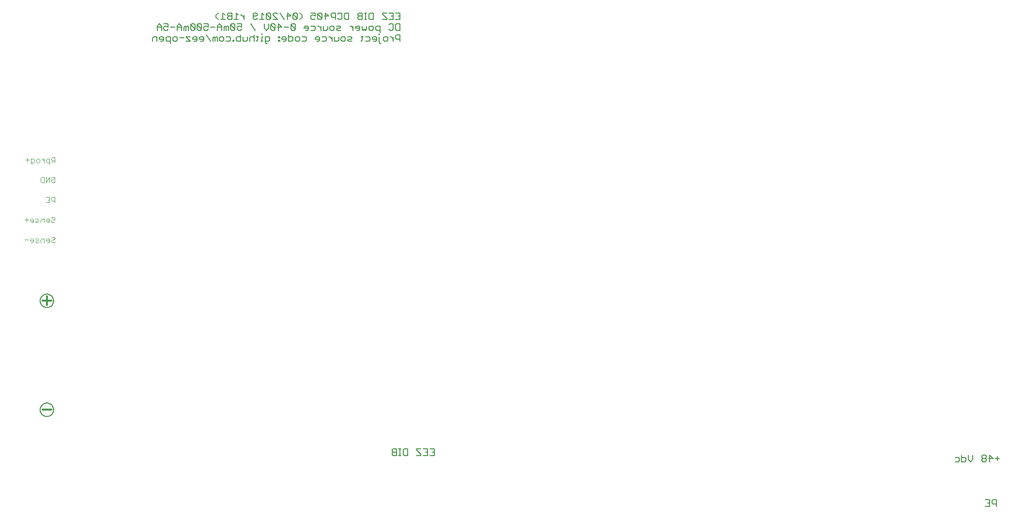
<source format=gbo>
G75*
%MOIN*%
%OFA0B0*%
%FSLAX25Y25*%
%IPPOS*%
%LPD*%
%AMOC8*
5,1,8,0,0,1.08239X$1,22.5*
%
%ADD10C,0.00500*%
%ADD11C,0.00400*%
%ADD12C,0.00800*%
%ADD13C,0.01200*%
D10*
X0346722Y0130863D02*
X0347473Y0130112D01*
X0349725Y0130112D01*
X0349725Y0134616D01*
X0347473Y0134616D01*
X0346722Y0133865D01*
X0346722Y0133115D01*
X0347473Y0132364D01*
X0349725Y0132364D01*
X0347473Y0132364D02*
X0346722Y0131613D01*
X0346722Y0130863D01*
X0351293Y0130112D02*
X0352794Y0130112D01*
X0352043Y0130112D02*
X0352043Y0134616D01*
X0351293Y0134616D02*
X0352794Y0134616D01*
X0354395Y0133865D02*
X0354395Y0130863D01*
X0355146Y0130112D01*
X0357398Y0130112D01*
X0357398Y0134616D01*
X0355146Y0134616D01*
X0354395Y0133865D01*
X0363603Y0133865D02*
X0366606Y0130863D01*
X0366606Y0130112D01*
X0363603Y0130112D01*
X0363603Y0133865D02*
X0363603Y0134616D01*
X0366606Y0134616D01*
X0368207Y0134616D02*
X0371210Y0134616D01*
X0371210Y0130112D01*
X0368207Y0130112D01*
X0369708Y0132364D02*
X0371210Y0132364D01*
X0372811Y0130112D02*
X0375814Y0130112D01*
X0375814Y0134616D01*
X0372811Y0134616D01*
X0374312Y0132364D02*
X0375814Y0132364D01*
X0734321Y0128849D02*
X0736573Y0128849D01*
X0737324Y0128098D01*
X0737324Y0126597D01*
X0736573Y0125846D01*
X0734321Y0125846D01*
X0738925Y0125846D02*
X0741177Y0125846D01*
X0741928Y0126597D01*
X0741928Y0128098D01*
X0741177Y0128849D01*
X0738925Y0128849D01*
X0738925Y0130350D02*
X0738925Y0125846D01*
X0743529Y0127348D02*
X0743529Y0130350D01*
X0743529Y0127348D02*
X0745031Y0125846D01*
X0746532Y0127348D01*
X0746532Y0130350D01*
X0752737Y0129600D02*
X0752737Y0128849D01*
X0753488Y0128098D01*
X0754989Y0128098D01*
X0755740Y0128849D01*
X0755740Y0129600D01*
X0754989Y0130350D01*
X0753488Y0130350D01*
X0752737Y0129600D01*
X0753488Y0128098D02*
X0752737Y0127348D01*
X0752737Y0126597D01*
X0753488Y0125846D01*
X0754989Y0125846D01*
X0755740Y0126597D01*
X0755740Y0127348D01*
X0754989Y0128098D01*
X0757341Y0128098D02*
X0760344Y0128098D01*
X0758092Y0130350D01*
X0758092Y0125846D01*
X0761945Y0128098D02*
X0764948Y0128098D01*
X0763446Y0126597D02*
X0763446Y0129600D01*
X0762814Y0099616D02*
X0760562Y0099616D01*
X0759811Y0098865D01*
X0759811Y0097364D01*
X0760562Y0096613D01*
X0762814Y0096613D01*
X0762814Y0095112D02*
X0762814Y0099616D01*
X0758210Y0099616D02*
X0758210Y0095112D01*
X0755207Y0095112D01*
X0756708Y0097364D02*
X0758210Y0097364D01*
X0758210Y0099616D02*
X0755207Y0099616D01*
X0339153Y0413845D02*
X0338402Y0413845D01*
X0337652Y0414596D01*
X0337652Y0418349D01*
X0337652Y0419850D02*
X0337652Y0420601D01*
X0338386Y0421345D02*
X0338386Y0425849D01*
X0336134Y0425849D01*
X0335383Y0425098D01*
X0335383Y0423597D01*
X0336134Y0422846D01*
X0338386Y0422846D01*
X0333782Y0423597D02*
X0333782Y0425098D01*
X0333031Y0425849D01*
X0331530Y0425849D01*
X0330779Y0425098D01*
X0330779Y0423597D01*
X0331530Y0422846D01*
X0333031Y0422846D01*
X0333782Y0423597D01*
X0329178Y0423597D02*
X0328427Y0422846D01*
X0327677Y0423597D01*
X0326926Y0422846D01*
X0326175Y0423597D01*
X0326175Y0425849D01*
X0324574Y0425098D02*
X0323823Y0425849D01*
X0322322Y0425849D01*
X0321571Y0425098D01*
X0321571Y0424348D01*
X0324574Y0424348D01*
X0324574Y0425098D02*
X0324574Y0423597D01*
X0323823Y0422846D01*
X0322322Y0422846D01*
X0319970Y0422846D02*
X0319970Y0425849D01*
X0318469Y0425849D02*
X0317718Y0425849D01*
X0318469Y0425849D02*
X0319970Y0424348D01*
X0318452Y0418349D02*
X0316200Y0418349D01*
X0316951Y0416848D02*
X0318452Y0416848D01*
X0319203Y0417598D01*
X0318452Y0418349D01*
X0316951Y0416848D02*
X0316200Y0416097D01*
X0316951Y0415346D01*
X0319203Y0415346D01*
X0314599Y0416097D02*
X0313848Y0415346D01*
X0312347Y0415346D01*
X0311596Y0416097D01*
X0311596Y0417598D01*
X0312347Y0418349D01*
X0313848Y0418349D01*
X0314599Y0417598D01*
X0314599Y0416097D01*
X0309995Y0416097D02*
X0309244Y0415346D01*
X0306992Y0415346D01*
X0306992Y0418349D01*
X0305391Y0418349D02*
X0305391Y0415346D01*
X0305391Y0416848D02*
X0303890Y0418349D01*
X0303139Y0418349D01*
X0301554Y0417598D02*
X0301554Y0416097D01*
X0300804Y0415346D01*
X0298552Y0415346D01*
X0296950Y0416097D02*
X0296950Y0417598D01*
X0296200Y0418349D01*
X0294698Y0418349D01*
X0293948Y0417598D01*
X0293948Y0416848D01*
X0296950Y0416848D01*
X0296950Y0416097D02*
X0296200Y0415346D01*
X0294698Y0415346D01*
X0298552Y0418349D02*
X0300804Y0418349D01*
X0301554Y0417598D01*
X0301571Y0422846D02*
X0299319Y0422846D01*
X0299319Y0425849D01*
X0297718Y0425849D02*
X0297718Y0422846D01*
X0297718Y0424348D02*
X0296216Y0425849D01*
X0295466Y0425849D01*
X0293881Y0425098D02*
X0293881Y0423597D01*
X0293130Y0422846D01*
X0290879Y0422846D01*
X0289277Y0423597D02*
X0289277Y0425098D01*
X0288527Y0425849D01*
X0287025Y0425849D01*
X0286275Y0425098D01*
X0286275Y0424348D01*
X0289277Y0424348D01*
X0289277Y0423597D02*
X0288527Y0422846D01*
X0287025Y0422846D01*
X0286992Y0418349D02*
X0284740Y0418349D01*
X0283139Y0417598D02*
X0283139Y0416097D01*
X0282388Y0415346D01*
X0280887Y0415346D01*
X0280136Y0416097D01*
X0280136Y0417598D01*
X0280887Y0418349D01*
X0282388Y0418349D01*
X0283139Y0417598D01*
X0284740Y0415346D02*
X0286992Y0415346D01*
X0287743Y0416097D01*
X0287743Y0417598D01*
X0286992Y0418349D01*
X0278535Y0417598D02*
X0277784Y0418349D01*
X0275532Y0418349D01*
X0275532Y0419850D02*
X0275532Y0415346D01*
X0277784Y0415346D01*
X0278535Y0416097D01*
X0278535Y0417598D01*
X0273931Y0417598D02*
X0273180Y0418349D01*
X0271679Y0418349D01*
X0270928Y0417598D01*
X0270928Y0416848D01*
X0273931Y0416848D01*
X0273931Y0417598D02*
X0273931Y0416097D01*
X0273180Y0415346D01*
X0271679Y0415346D01*
X0269327Y0415346D02*
X0269327Y0416097D01*
X0268576Y0416097D01*
X0268576Y0415346D01*
X0269327Y0415346D01*
X0269327Y0417598D02*
X0269327Y0418349D01*
X0268576Y0418349D01*
X0268576Y0417598D01*
X0269327Y0417598D01*
X0268610Y0422846D02*
X0268610Y0427350D01*
X0270862Y0425098D01*
X0267859Y0425098D01*
X0266258Y0423597D02*
X0263255Y0426600D01*
X0263255Y0423597D01*
X0264006Y0422846D01*
X0265507Y0422846D01*
X0266258Y0423597D01*
X0266258Y0426600D01*
X0265507Y0427350D01*
X0264006Y0427350D01*
X0263255Y0426600D01*
X0261654Y0427350D02*
X0261654Y0424348D01*
X0260152Y0422846D01*
X0258651Y0424348D01*
X0258651Y0427350D01*
X0258584Y0430346D02*
X0255582Y0430346D01*
X0257083Y0430346D02*
X0257083Y0434850D01*
X0258584Y0433349D01*
X0260186Y0434100D02*
X0263188Y0431097D01*
X0262438Y0430346D01*
X0260936Y0430346D01*
X0260186Y0431097D01*
X0260186Y0434100D01*
X0260936Y0434850D01*
X0262438Y0434850D01*
X0263188Y0434100D01*
X0263188Y0431097D01*
X0264790Y0430346D02*
X0267792Y0430346D01*
X0264790Y0433349D01*
X0264790Y0434100D01*
X0265540Y0434850D01*
X0267042Y0434850D01*
X0267792Y0434100D01*
X0269394Y0434850D02*
X0272396Y0430346D01*
X0274748Y0430346D02*
X0274748Y0434850D01*
X0277000Y0432598D01*
X0273998Y0432598D01*
X0278601Y0431097D02*
X0279352Y0430346D01*
X0280853Y0430346D01*
X0281604Y0431097D01*
X0278601Y0434100D01*
X0278601Y0431097D01*
X0278601Y0434100D02*
X0279352Y0434850D01*
X0280853Y0434850D01*
X0281604Y0434100D01*
X0281604Y0431097D01*
X0283172Y0430346D02*
X0284673Y0431848D01*
X0284673Y0433349D01*
X0283172Y0434850D01*
X0290879Y0434850D02*
X0293881Y0434850D01*
X0293881Y0432598D01*
X0292380Y0433349D01*
X0291629Y0433349D01*
X0290879Y0432598D01*
X0290879Y0431097D01*
X0291629Y0430346D01*
X0293130Y0430346D01*
X0293881Y0431097D01*
X0295482Y0431097D02*
X0296233Y0430346D01*
X0297734Y0430346D01*
X0298485Y0431097D01*
X0295482Y0434100D01*
X0295482Y0431097D01*
X0295482Y0434100D02*
X0296233Y0434850D01*
X0297734Y0434850D01*
X0298485Y0434100D01*
X0298485Y0431097D01*
X0300086Y0432598D02*
X0303089Y0432598D01*
X0300837Y0434850D01*
X0300837Y0430346D01*
X0304690Y0432598D02*
X0305441Y0431848D01*
X0307693Y0431848D01*
X0307693Y0430346D02*
X0307693Y0434850D01*
X0305441Y0434850D01*
X0304690Y0434100D01*
X0304690Y0432598D01*
X0309294Y0431097D02*
X0310045Y0430346D01*
X0311546Y0430346D01*
X0312297Y0431097D01*
X0312297Y0434100D01*
X0311546Y0434850D01*
X0310045Y0434850D01*
X0309294Y0434100D01*
X0313898Y0434100D02*
X0314649Y0434850D01*
X0316901Y0434850D01*
X0316901Y0430346D01*
X0314649Y0430346D01*
X0313898Y0431097D01*
X0313898Y0434100D01*
X0310779Y0425849D02*
X0308527Y0425849D01*
X0309278Y0424348D02*
X0310779Y0424348D01*
X0311530Y0425098D01*
X0310779Y0425849D01*
X0309278Y0424348D02*
X0308527Y0423597D01*
X0309278Y0422846D01*
X0311530Y0422846D01*
X0306926Y0423597D02*
X0306175Y0422846D01*
X0304674Y0422846D01*
X0303923Y0423597D01*
X0303923Y0425098D01*
X0304674Y0425849D01*
X0306175Y0425849D01*
X0306926Y0425098D01*
X0306926Y0423597D01*
X0302322Y0423597D02*
X0302322Y0425849D01*
X0302322Y0423597D02*
X0301571Y0422846D01*
X0293881Y0425098D02*
X0293130Y0425849D01*
X0290879Y0425849D01*
X0280069Y0426600D02*
X0280069Y0423597D01*
X0277067Y0426600D01*
X0277067Y0423597D01*
X0277817Y0422846D01*
X0279319Y0422846D01*
X0280069Y0423597D01*
X0280069Y0426600D02*
X0279319Y0427350D01*
X0277817Y0427350D01*
X0277067Y0426600D01*
X0275465Y0425098D02*
X0272463Y0425098D01*
X0262421Y0417598D02*
X0262421Y0416097D01*
X0261670Y0415346D01*
X0259418Y0415346D01*
X0259418Y0414596D02*
X0259418Y0418349D01*
X0261670Y0418349D01*
X0262421Y0417598D01*
X0260920Y0413845D02*
X0260169Y0413845D01*
X0259418Y0414596D01*
X0257817Y0415346D02*
X0256316Y0415346D01*
X0257066Y0415346D02*
X0257066Y0418349D01*
X0257817Y0418349D01*
X0257066Y0419850D02*
X0257066Y0420601D01*
X0254748Y0418349D02*
X0253247Y0418349D01*
X0253997Y0419100D02*
X0253997Y0416097D01*
X0253247Y0415346D01*
X0251679Y0415346D02*
X0251679Y0419850D01*
X0250928Y0418349D02*
X0249427Y0418349D01*
X0248676Y0417598D01*
X0248676Y0415346D01*
X0247075Y0416097D02*
X0246324Y0415346D01*
X0244072Y0415346D01*
X0244072Y0418349D01*
X0242471Y0418349D02*
X0240219Y0418349D01*
X0239468Y0417598D01*
X0239468Y0416097D01*
X0240219Y0415346D01*
X0242471Y0415346D01*
X0242471Y0419850D01*
X0242487Y0422846D02*
X0243238Y0423597D01*
X0242487Y0422846D02*
X0240986Y0422846D01*
X0240235Y0423597D01*
X0240235Y0425098D01*
X0240986Y0425849D01*
X0241737Y0425849D01*
X0243238Y0425098D01*
X0243238Y0427350D01*
X0240235Y0427350D01*
X0238634Y0426600D02*
X0237883Y0427350D01*
X0236382Y0427350D01*
X0235631Y0426600D01*
X0238634Y0423597D01*
X0237883Y0422846D01*
X0236382Y0422846D01*
X0235631Y0423597D01*
X0235631Y0426600D01*
X0234030Y0425849D02*
X0233279Y0425849D01*
X0232529Y0425098D01*
X0231778Y0425849D01*
X0231028Y0425098D01*
X0231028Y0422846D01*
X0232529Y0422846D02*
X0232529Y0425098D01*
X0234030Y0425849D02*
X0234030Y0422846D01*
X0234814Y0418349D02*
X0235565Y0417598D01*
X0235565Y0416097D01*
X0234814Y0415346D01*
X0232562Y0415346D01*
X0230961Y0416097D02*
X0230210Y0415346D01*
X0228709Y0415346D01*
X0227958Y0416097D01*
X0227958Y0417598D01*
X0228709Y0418349D01*
X0230210Y0418349D01*
X0230961Y0417598D01*
X0230961Y0416097D01*
X0232562Y0418349D02*
X0234814Y0418349D01*
X0237116Y0416097D02*
X0237116Y0415346D01*
X0237867Y0415346D01*
X0237867Y0416097D01*
X0237116Y0416097D01*
X0238634Y0423597D02*
X0238634Y0426600D01*
X0237933Y0430346D02*
X0240936Y0430346D01*
X0239435Y0430346D02*
X0239435Y0434850D01*
X0240936Y0433349D01*
X0242521Y0433349D02*
X0243271Y0433349D01*
X0244773Y0431848D01*
X0244773Y0433349D02*
X0244773Y0430346D01*
X0249443Y0427350D02*
X0252446Y0422846D01*
X0250928Y0418349D02*
X0251679Y0417598D01*
X0247075Y0418349D02*
X0247075Y0416097D01*
X0229426Y0422846D02*
X0229426Y0425849D01*
X0227925Y0427350D01*
X0226424Y0425849D01*
X0226424Y0422846D01*
X0226424Y0425098D02*
X0229426Y0425098D01*
X0224822Y0425098D02*
X0221820Y0425098D01*
X0220218Y0425098D02*
X0218717Y0425849D01*
X0217966Y0425849D01*
X0217216Y0425098D01*
X0217216Y0423597D01*
X0217966Y0422846D01*
X0219468Y0422846D01*
X0220218Y0423597D01*
X0220218Y0425098D02*
X0220218Y0427350D01*
X0217216Y0427350D01*
X0215614Y0426600D02*
X0214864Y0427350D01*
X0213362Y0427350D01*
X0212612Y0426600D01*
X0215614Y0423597D01*
X0214864Y0422846D01*
X0213362Y0422846D01*
X0212612Y0423597D01*
X0212612Y0426600D01*
X0211010Y0426600D02*
X0210260Y0427350D01*
X0208759Y0427350D01*
X0208008Y0426600D01*
X0211010Y0423597D01*
X0210260Y0422846D01*
X0208759Y0422846D01*
X0208008Y0423597D01*
X0208008Y0426600D01*
X0206407Y0425849D02*
X0205656Y0425849D01*
X0204905Y0425098D01*
X0204155Y0425849D01*
X0203404Y0425098D01*
X0203404Y0422846D01*
X0204905Y0422846D02*
X0204905Y0425098D01*
X0206407Y0425849D02*
X0206407Y0422846D01*
X0201803Y0422846D02*
X0201803Y0425849D01*
X0200301Y0427350D01*
X0198800Y0425849D01*
X0198800Y0422846D01*
X0198800Y0425098D02*
X0201803Y0425098D01*
X0197199Y0425098D02*
X0194196Y0425098D01*
X0192595Y0425098D02*
X0191094Y0425849D01*
X0190343Y0425849D01*
X0189592Y0425098D01*
X0189592Y0423597D01*
X0190343Y0422846D01*
X0191844Y0422846D01*
X0192595Y0423597D01*
X0192595Y0425098D02*
X0192595Y0427350D01*
X0189592Y0427350D01*
X0187991Y0425849D02*
X0186490Y0427350D01*
X0184988Y0425849D01*
X0184988Y0422846D01*
X0184988Y0425098D02*
X0187991Y0425098D01*
X0187991Y0425849D02*
X0187991Y0422846D01*
X0187274Y0418349D02*
X0186523Y0417598D01*
X0186523Y0416848D01*
X0189526Y0416848D01*
X0189526Y0417598D02*
X0188775Y0418349D01*
X0187274Y0418349D01*
X0184922Y0418349D02*
X0182670Y0418349D01*
X0181919Y0417598D01*
X0181919Y0415346D01*
X0184922Y0415346D02*
X0184922Y0418349D01*
X0187274Y0415346D02*
X0188775Y0415346D01*
X0189526Y0416097D01*
X0189526Y0417598D01*
X0191127Y0417598D02*
X0191127Y0416097D01*
X0191878Y0415346D01*
X0194129Y0415346D01*
X0194129Y0413845D02*
X0194129Y0418349D01*
X0191878Y0418349D01*
X0191127Y0417598D01*
X0195731Y0417598D02*
X0196481Y0418349D01*
X0197983Y0418349D01*
X0198733Y0417598D01*
X0198733Y0416097D01*
X0197983Y0415346D01*
X0196481Y0415346D01*
X0195731Y0416097D01*
X0195731Y0417598D01*
X0200335Y0417598D02*
X0203337Y0417598D01*
X0204939Y0418349D02*
X0207941Y0415346D01*
X0204939Y0415346D01*
X0204939Y0418349D02*
X0207941Y0418349D01*
X0209543Y0417598D02*
X0209543Y0416848D01*
X0212545Y0416848D01*
X0212545Y0417598D02*
X0211795Y0418349D01*
X0210293Y0418349D01*
X0209543Y0417598D01*
X0210293Y0415346D02*
X0211795Y0415346D01*
X0212545Y0416097D01*
X0212545Y0417598D01*
X0214147Y0417598D02*
X0214147Y0416848D01*
X0217149Y0416848D01*
X0217149Y0417598D02*
X0216398Y0418349D01*
X0214897Y0418349D01*
X0214147Y0417598D01*
X0214897Y0415346D02*
X0216398Y0415346D01*
X0217149Y0416097D01*
X0217149Y0417598D01*
X0218750Y0419850D02*
X0221753Y0415346D01*
X0223354Y0415346D02*
X0223354Y0417598D01*
X0224105Y0418349D01*
X0224856Y0417598D01*
X0224856Y0415346D01*
X0226357Y0415346D02*
X0226357Y0418349D01*
X0225606Y0418349D01*
X0224856Y0417598D01*
X0215614Y0423597D02*
X0215614Y0426600D01*
X0211010Y0426600D02*
X0211010Y0423597D01*
X0225623Y0431848D02*
X0225623Y0433349D01*
X0227124Y0434850D01*
X0230227Y0434850D02*
X0230227Y0430346D01*
X0231728Y0430346D02*
X0228726Y0430346D01*
X0227124Y0430346D02*
X0225623Y0431848D01*
X0230227Y0434850D02*
X0231728Y0433349D01*
X0233330Y0433349D02*
X0234080Y0432598D01*
X0236332Y0432598D01*
X0236332Y0430346D02*
X0234080Y0430346D01*
X0233330Y0431097D01*
X0233330Y0431848D01*
X0234080Y0432598D01*
X0233330Y0433349D02*
X0233330Y0434100D01*
X0234080Y0434850D01*
X0236332Y0434850D01*
X0236332Y0430346D01*
X0250978Y0431097D02*
X0250978Y0434100D01*
X0251729Y0434850D01*
X0253230Y0434850D01*
X0253980Y0434100D01*
X0253980Y0433349D01*
X0253230Y0432598D01*
X0250978Y0432598D01*
X0250978Y0431097D02*
X0251729Y0430346D01*
X0253230Y0430346D01*
X0253980Y0431097D01*
X0309995Y0418349D02*
X0309995Y0416097D01*
X0325375Y0415346D02*
X0326125Y0416097D01*
X0326125Y0419100D01*
X0325375Y0418349D02*
X0326876Y0418349D01*
X0328477Y0418349D02*
X0330729Y0418349D01*
X0331480Y0417598D01*
X0331480Y0416097D01*
X0330729Y0415346D01*
X0328477Y0415346D01*
X0333081Y0416848D02*
X0336084Y0416848D01*
X0336084Y0417598D02*
X0335333Y0418349D01*
X0333832Y0418349D01*
X0333081Y0417598D01*
X0333081Y0416848D01*
X0333832Y0415346D02*
X0335333Y0415346D01*
X0336084Y0416097D01*
X0336084Y0417598D01*
X0340754Y0417598D02*
X0341505Y0418349D01*
X0343006Y0418349D01*
X0343757Y0417598D01*
X0343757Y0416097D01*
X0343006Y0415346D01*
X0341505Y0415346D01*
X0340754Y0416097D01*
X0340754Y0417598D01*
X0345342Y0418349D02*
X0346092Y0418349D01*
X0347594Y0416848D01*
X0347594Y0418349D02*
X0347594Y0415346D01*
X0349195Y0417598D02*
X0349946Y0416848D01*
X0352198Y0416848D01*
X0352198Y0415346D02*
X0352198Y0419850D01*
X0349946Y0419850D01*
X0349195Y0419100D01*
X0349195Y0417598D01*
X0349946Y0422846D02*
X0349195Y0423597D01*
X0349195Y0426600D01*
X0349946Y0427350D01*
X0352198Y0427350D01*
X0352198Y0422846D01*
X0349946Y0422846D01*
X0347594Y0423597D02*
X0346843Y0422846D01*
X0345342Y0422846D01*
X0344591Y0423597D01*
X0347594Y0423597D02*
X0347594Y0426600D01*
X0346843Y0427350D01*
X0345342Y0427350D01*
X0344591Y0426600D01*
X0344591Y0430346D02*
X0347594Y0430346D01*
X0347594Y0434850D01*
X0344591Y0434850D01*
X0342990Y0434850D02*
X0339987Y0434850D01*
X0339987Y0434100D01*
X0342990Y0431097D01*
X0342990Y0430346D01*
X0339987Y0430346D01*
X0333782Y0430346D02*
X0333782Y0434850D01*
X0331530Y0434850D01*
X0330779Y0434100D01*
X0330779Y0431097D01*
X0331530Y0430346D01*
X0333782Y0430346D01*
X0329178Y0430346D02*
X0327677Y0430346D01*
X0328427Y0430346D02*
X0328427Y0434850D01*
X0327677Y0434850D02*
X0329178Y0434850D01*
X0326109Y0434850D02*
X0326109Y0430346D01*
X0323857Y0430346D01*
X0323106Y0431097D01*
X0323106Y0431848D01*
X0323857Y0432598D01*
X0326109Y0432598D01*
X0326109Y0434850D02*
X0323857Y0434850D01*
X0323106Y0434100D01*
X0323106Y0433349D01*
X0323857Y0432598D01*
X0329178Y0425849D02*
X0329178Y0423597D01*
X0346092Y0432598D02*
X0347594Y0432598D01*
X0349195Y0430346D02*
X0352198Y0430346D01*
X0352198Y0434850D01*
X0349195Y0434850D01*
X0350696Y0432598D02*
X0352198Y0432598D01*
D11*
X0114614Y0335415D02*
X0114614Y0331812D01*
X0114614Y0333013D02*
X0112812Y0333013D01*
X0112212Y0333614D01*
X0112212Y0334815D01*
X0112812Y0335415D01*
X0114614Y0335415D01*
X0113413Y0333013D02*
X0112212Y0331812D01*
X0110930Y0331812D02*
X0109129Y0331812D01*
X0108528Y0332413D01*
X0108528Y0333614D01*
X0109129Y0334214D01*
X0110930Y0334214D01*
X0110930Y0330611D01*
X0107247Y0331812D02*
X0107247Y0334214D01*
X0106046Y0334214D02*
X0105446Y0334214D01*
X0106046Y0334214D02*
X0107247Y0333013D01*
X0104178Y0332413D02*
X0103578Y0331812D01*
X0102377Y0331812D01*
X0101776Y0332413D01*
X0101776Y0333614D01*
X0102377Y0334214D01*
X0103578Y0334214D01*
X0104178Y0333614D01*
X0104178Y0332413D01*
X0100495Y0332413D02*
X0099894Y0331812D01*
X0098093Y0331812D01*
X0098093Y0331212D02*
X0098093Y0334214D01*
X0099894Y0334214D01*
X0100495Y0333614D01*
X0100495Y0332413D01*
X0099294Y0330611D02*
X0098693Y0330611D01*
X0098093Y0331212D01*
X0096812Y0333614D02*
X0094410Y0333614D01*
X0095611Y0334815D02*
X0095611Y0332413D01*
X0105446Y0321665D02*
X0107247Y0321665D01*
X0107247Y0318062D01*
X0105446Y0318062D01*
X0104845Y0318663D01*
X0104845Y0321065D01*
X0105446Y0321665D01*
X0108528Y0321665D02*
X0108528Y0318062D01*
X0110930Y0321665D01*
X0110930Y0318062D01*
X0112212Y0318663D02*
X0112212Y0319864D01*
X0113413Y0319864D01*
X0114614Y0321065D02*
X0114614Y0318663D01*
X0114013Y0318062D01*
X0112812Y0318062D01*
X0112212Y0318663D01*
X0112212Y0321065D02*
X0112812Y0321665D01*
X0114013Y0321665D01*
X0114614Y0321065D01*
X0114614Y0307915D02*
X0112812Y0307915D01*
X0112212Y0307315D01*
X0112212Y0306114D01*
X0112812Y0305513D01*
X0114614Y0305513D01*
X0114614Y0304312D02*
X0114614Y0307915D01*
X0110930Y0307915D02*
X0110930Y0304312D01*
X0108528Y0304312D01*
X0109729Y0306114D02*
X0110930Y0306114D01*
X0110930Y0307915D02*
X0108528Y0307915D01*
X0112812Y0294165D02*
X0114013Y0294165D01*
X0114614Y0293565D01*
X0114614Y0292964D01*
X0114013Y0292364D01*
X0112812Y0292364D01*
X0112212Y0291763D01*
X0112212Y0291163D01*
X0112812Y0290562D01*
X0114013Y0290562D01*
X0114614Y0291163D01*
X0112212Y0293565D02*
X0112812Y0294165D01*
X0110930Y0292364D02*
X0110330Y0292964D01*
X0109129Y0292964D01*
X0108528Y0292364D01*
X0108528Y0291763D01*
X0110930Y0291763D01*
X0110930Y0291163D02*
X0110930Y0292364D01*
X0110930Y0291163D02*
X0110330Y0290562D01*
X0109129Y0290562D01*
X0107247Y0290562D02*
X0107247Y0292964D01*
X0105446Y0292964D01*
X0104845Y0292364D01*
X0104845Y0290562D01*
X0103564Y0290562D02*
X0101763Y0290562D01*
X0101162Y0291163D01*
X0101763Y0291763D01*
X0102964Y0291763D01*
X0103564Y0292364D01*
X0102964Y0292964D01*
X0101162Y0292964D01*
X0099881Y0292364D02*
X0099281Y0292964D01*
X0098080Y0292964D01*
X0097479Y0292364D01*
X0097479Y0291763D01*
X0099881Y0291763D01*
X0099881Y0291163D02*
X0099881Y0292364D01*
X0099881Y0291163D02*
X0099281Y0290562D01*
X0098080Y0290562D01*
X0096198Y0292364D02*
X0093796Y0292364D01*
X0094997Y0293565D02*
X0094997Y0291163D01*
X0098080Y0279214D02*
X0097479Y0278614D01*
X0097479Y0278013D01*
X0099881Y0278013D01*
X0099881Y0277413D02*
X0099881Y0278614D01*
X0099281Y0279214D01*
X0098080Y0279214D01*
X0096198Y0278614D02*
X0093796Y0278614D01*
X0098080Y0276812D02*
X0099281Y0276812D01*
X0099881Y0277413D01*
X0101162Y0277413D02*
X0101763Y0278013D01*
X0102964Y0278013D01*
X0103564Y0278614D01*
X0102964Y0279214D01*
X0101162Y0279214D01*
X0101162Y0277413D02*
X0101763Y0276812D01*
X0103564Y0276812D01*
X0104845Y0276812D02*
X0104845Y0278614D01*
X0105446Y0279214D01*
X0107247Y0279214D01*
X0107247Y0276812D01*
X0108528Y0278013D02*
X0110930Y0278013D01*
X0110930Y0277413D02*
X0110930Y0278614D01*
X0110330Y0279214D01*
X0109129Y0279214D01*
X0108528Y0278614D01*
X0108528Y0278013D01*
X0109129Y0276812D02*
X0110330Y0276812D01*
X0110930Y0277413D01*
X0112212Y0277413D02*
X0112812Y0276812D01*
X0114013Y0276812D01*
X0114614Y0277413D01*
X0114013Y0278614D02*
X0112812Y0278614D01*
X0112212Y0278013D01*
X0112212Y0277413D01*
X0114013Y0278614D02*
X0114614Y0279214D01*
X0114614Y0279815D01*
X0114013Y0280415D01*
X0112812Y0280415D01*
X0112212Y0279815D01*
D12*
X0104464Y0236612D02*
X0104466Y0236747D01*
X0104472Y0236882D01*
X0104482Y0237017D01*
X0104496Y0237151D01*
X0104513Y0237285D01*
X0104535Y0237418D01*
X0104561Y0237551D01*
X0104590Y0237683D01*
X0104624Y0237813D01*
X0104661Y0237943D01*
X0104702Y0238072D01*
X0104747Y0238199D01*
X0104795Y0238325D01*
X0104847Y0238450D01*
X0104903Y0238573D01*
X0104962Y0238694D01*
X0105025Y0238814D01*
X0105092Y0238931D01*
X0105161Y0239047D01*
X0105235Y0239161D01*
X0105311Y0239272D01*
X0105391Y0239381D01*
X0105474Y0239488D01*
X0105560Y0239592D01*
X0105649Y0239693D01*
X0105740Y0239792D01*
X0105835Y0239888D01*
X0105933Y0239982D01*
X0106033Y0240072D01*
X0106136Y0240160D01*
X0106241Y0240244D01*
X0106349Y0240326D01*
X0106459Y0240404D01*
X0106572Y0240478D01*
X0106686Y0240550D01*
X0106803Y0240618D01*
X0106922Y0240683D01*
X0107042Y0240744D01*
X0107164Y0240801D01*
X0107288Y0240855D01*
X0107413Y0240906D01*
X0107540Y0240952D01*
X0107668Y0240995D01*
X0107798Y0241034D01*
X0107928Y0241069D01*
X0108059Y0241101D01*
X0108191Y0241128D01*
X0108324Y0241152D01*
X0108458Y0241172D01*
X0108592Y0241188D01*
X0108727Y0241200D01*
X0108861Y0241208D01*
X0108996Y0241212D01*
X0109132Y0241212D01*
X0109267Y0241208D01*
X0109401Y0241200D01*
X0109536Y0241188D01*
X0109670Y0241172D01*
X0109804Y0241152D01*
X0109937Y0241128D01*
X0110069Y0241101D01*
X0110200Y0241069D01*
X0110330Y0241034D01*
X0110460Y0240995D01*
X0110588Y0240952D01*
X0110715Y0240906D01*
X0110840Y0240855D01*
X0110964Y0240801D01*
X0111086Y0240744D01*
X0111206Y0240683D01*
X0111325Y0240618D01*
X0111442Y0240550D01*
X0111556Y0240478D01*
X0111669Y0240404D01*
X0111779Y0240326D01*
X0111887Y0240244D01*
X0111992Y0240160D01*
X0112095Y0240072D01*
X0112195Y0239982D01*
X0112293Y0239888D01*
X0112388Y0239792D01*
X0112479Y0239693D01*
X0112568Y0239592D01*
X0112654Y0239488D01*
X0112737Y0239381D01*
X0112817Y0239272D01*
X0112893Y0239161D01*
X0112967Y0239047D01*
X0113036Y0238931D01*
X0113103Y0238814D01*
X0113166Y0238694D01*
X0113225Y0238573D01*
X0113281Y0238450D01*
X0113333Y0238325D01*
X0113381Y0238199D01*
X0113426Y0238072D01*
X0113467Y0237943D01*
X0113504Y0237813D01*
X0113538Y0237683D01*
X0113567Y0237551D01*
X0113593Y0237418D01*
X0113615Y0237285D01*
X0113632Y0237151D01*
X0113646Y0237017D01*
X0113656Y0236882D01*
X0113662Y0236747D01*
X0113664Y0236612D01*
X0113662Y0236477D01*
X0113656Y0236342D01*
X0113646Y0236207D01*
X0113632Y0236073D01*
X0113615Y0235939D01*
X0113593Y0235806D01*
X0113567Y0235673D01*
X0113538Y0235541D01*
X0113504Y0235411D01*
X0113467Y0235281D01*
X0113426Y0235152D01*
X0113381Y0235025D01*
X0113333Y0234899D01*
X0113281Y0234774D01*
X0113225Y0234651D01*
X0113166Y0234530D01*
X0113103Y0234410D01*
X0113036Y0234293D01*
X0112967Y0234177D01*
X0112893Y0234063D01*
X0112817Y0233952D01*
X0112737Y0233843D01*
X0112654Y0233736D01*
X0112568Y0233632D01*
X0112479Y0233531D01*
X0112388Y0233432D01*
X0112293Y0233336D01*
X0112195Y0233242D01*
X0112095Y0233152D01*
X0111992Y0233064D01*
X0111887Y0232980D01*
X0111779Y0232898D01*
X0111669Y0232820D01*
X0111556Y0232746D01*
X0111442Y0232674D01*
X0111325Y0232606D01*
X0111206Y0232541D01*
X0111086Y0232480D01*
X0110964Y0232423D01*
X0110840Y0232369D01*
X0110715Y0232318D01*
X0110588Y0232272D01*
X0110460Y0232229D01*
X0110330Y0232190D01*
X0110200Y0232155D01*
X0110069Y0232123D01*
X0109937Y0232096D01*
X0109804Y0232072D01*
X0109670Y0232052D01*
X0109536Y0232036D01*
X0109401Y0232024D01*
X0109267Y0232016D01*
X0109132Y0232012D01*
X0108996Y0232012D01*
X0108861Y0232016D01*
X0108727Y0232024D01*
X0108592Y0232036D01*
X0108458Y0232052D01*
X0108324Y0232072D01*
X0108191Y0232096D01*
X0108059Y0232123D01*
X0107928Y0232155D01*
X0107798Y0232190D01*
X0107668Y0232229D01*
X0107540Y0232272D01*
X0107413Y0232318D01*
X0107288Y0232369D01*
X0107164Y0232423D01*
X0107042Y0232480D01*
X0106922Y0232541D01*
X0106803Y0232606D01*
X0106686Y0232674D01*
X0106572Y0232746D01*
X0106459Y0232820D01*
X0106349Y0232898D01*
X0106241Y0232980D01*
X0106136Y0233064D01*
X0106033Y0233152D01*
X0105933Y0233242D01*
X0105835Y0233336D01*
X0105740Y0233432D01*
X0105649Y0233531D01*
X0105560Y0233632D01*
X0105474Y0233736D01*
X0105391Y0233843D01*
X0105311Y0233952D01*
X0105235Y0234063D01*
X0105161Y0234177D01*
X0105092Y0234293D01*
X0105025Y0234410D01*
X0104962Y0234530D01*
X0104903Y0234651D01*
X0104847Y0234774D01*
X0104795Y0234899D01*
X0104747Y0235025D01*
X0104702Y0235152D01*
X0104661Y0235281D01*
X0104624Y0235411D01*
X0104590Y0235541D01*
X0104561Y0235673D01*
X0104535Y0235806D01*
X0104513Y0235939D01*
X0104496Y0236073D01*
X0104482Y0236207D01*
X0104472Y0236342D01*
X0104466Y0236477D01*
X0104464Y0236612D01*
X0104464Y0161612D02*
X0104466Y0161747D01*
X0104472Y0161882D01*
X0104482Y0162017D01*
X0104496Y0162151D01*
X0104513Y0162285D01*
X0104535Y0162418D01*
X0104561Y0162551D01*
X0104590Y0162683D01*
X0104624Y0162813D01*
X0104661Y0162943D01*
X0104702Y0163072D01*
X0104747Y0163199D01*
X0104795Y0163325D01*
X0104847Y0163450D01*
X0104903Y0163573D01*
X0104962Y0163694D01*
X0105025Y0163814D01*
X0105092Y0163931D01*
X0105161Y0164047D01*
X0105235Y0164161D01*
X0105311Y0164272D01*
X0105391Y0164381D01*
X0105474Y0164488D01*
X0105560Y0164592D01*
X0105649Y0164693D01*
X0105740Y0164792D01*
X0105835Y0164888D01*
X0105933Y0164982D01*
X0106033Y0165072D01*
X0106136Y0165160D01*
X0106241Y0165244D01*
X0106349Y0165326D01*
X0106459Y0165404D01*
X0106572Y0165478D01*
X0106686Y0165550D01*
X0106803Y0165618D01*
X0106922Y0165683D01*
X0107042Y0165744D01*
X0107164Y0165801D01*
X0107288Y0165855D01*
X0107413Y0165906D01*
X0107540Y0165952D01*
X0107668Y0165995D01*
X0107798Y0166034D01*
X0107928Y0166069D01*
X0108059Y0166101D01*
X0108191Y0166128D01*
X0108324Y0166152D01*
X0108458Y0166172D01*
X0108592Y0166188D01*
X0108727Y0166200D01*
X0108861Y0166208D01*
X0108996Y0166212D01*
X0109132Y0166212D01*
X0109267Y0166208D01*
X0109401Y0166200D01*
X0109536Y0166188D01*
X0109670Y0166172D01*
X0109804Y0166152D01*
X0109937Y0166128D01*
X0110069Y0166101D01*
X0110200Y0166069D01*
X0110330Y0166034D01*
X0110460Y0165995D01*
X0110588Y0165952D01*
X0110715Y0165906D01*
X0110840Y0165855D01*
X0110964Y0165801D01*
X0111086Y0165744D01*
X0111206Y0165683D01*
X0111325Y0165618D01*
X0111442Y0165550D01*
X0111556Y0165478D01*
X0111669Y0165404D01*
X0111779Y0165326D01*
X0111887Y0165244D01*
X0111992Y0165160D01*
X0112095Y0165072D01*
X0112195Y0164982D01*
X0112293Y0164888D01*
X0112388Y0164792D01*
X0112479Y0164693D01*
X0112568Y0164592D01*
X0112654Y0164488D01*
X0112737Y0164381D01*
X0112817Y0164272D01*
X0112893Y0164161D01*
X0112967Y0164047D01*
X0113036Y0163931D01*
X0113103Y0163814D01*
X0113166Y0163694D01*
X0113225Y0163573D01*
X0113281Y0163450D01*
X0113333Y0163325D01*
X0113381Y0163199D01*
X0113426Y0163072D01*
X0113467Y0162943D01*
X0113504Y0162813D01*
X0113538Y0162683D01*
X0113567Y0162551D01*
X0113593Y0162418D01*
X0113615Y0162285D01*
X0113632Y0162151D01*
X0113646Y0162017D01*
X0113656Y0161882D01*
X0113662Y0161747D01*
X0113664Y0161612D01*
X0113662Y0161477D01*
X0113656Y0161342D01*
X0113646Y0161207D01*
X0113632Y0161073D01*
X0113615Y0160939D01*
X0113593Y0160806D01*
X0113567Y0160673D01*
X0113538Y0160541D01*
X0113504Y0160411D01*
X0113467Y0160281D01*
X0113426Y0160152D01*
X0113381Y0160025D01*
X0113333Y0159899D01*
X0113281Y0159774D01*
X0113225Y0159651D01*
X0113166Y0159530D01*
X0113103Y0159410D01*
X0113036Y0159293D01*
X0112967Y0159177D01*
X0112893Y0159063D01*
X0112817Y0158952D01*
X0112737Y0158843D01*
X0112654Y0158736D01*
X0112568Y0158632D01*
X0112479Y0158531D01*
X0112388Y0158432D01*
X0112293Y0158336D01*
X0112195Y0158242D01*
X0112095Y0158152D01*
X0111992Y0158064D01*
X0111887Y0157980D01*
X0111779Y0157898D01*
X0111669Y0157820D01*
X0111556Y0157746D01*
X0111442Y0157674D01*
X0111325Y0157606D01*
X0111206Y0157541D01*
X0111086Y0157480D01*
X0110964Y0157423D01*
X0110840Y0157369D01*
X0110715Y0157318D01*
X0110588Y0157272D01*
X0110460Y0157229D01*
X0110330Y0157190D01*
X0110200Y0157155D01*
X0110069Y0157123D01*
X0109937Y0157096D01*
X0109804Y0157072D01*
X0109670Y0157052D01*
X0109536Y0157036D01*
X0109401Y0157024D01*
X0109267Y0157016D01*
X0109132Y0157012D01*
X0108996Y0157012D01*
X0108861Y0157016D01*
X0108727Y0157024D01*
X0108592Y0157036D01*
X0108458Y0157052D01*
X0108324Y0157072D01*
X0108191Y0157096D01*
X0108059Y0157123D01*
X0107928Y0157155D01*
X0107798Y0157190D01*
X0107668Y0157229D01*
X0107540Y0157272D01*
X0107413Y0157318D01*
X0107288Y0157369D01*
X0107164Y0157423D01*
X0107042Y0157480D01*
X0106922Y0157541D01*
X0106803Y0157606D01*
X0106686Y0157674D01*
X0106572Y0157746D01*
X0106459Y0157820D01*
X0106349Y0157898D01*
X0106241Y0157980D01*
X0106136Y0158064D01*
X0106033Y0158152D01*
X0105933Y0158242D01*
X0105835Y0158336D01*
X0105740Y0158432D01*
X0105649Y0158531D01*
X0105560Y0158632D01*
X0105474Y0158736D01*
X0105391Y0158843D01*
X0105311Y0158952D01*
X0105235Y0159063D01*
X0105161Y0159177D01*
X0105092Y0159293D01*
X0105025Y0159410D01*
X0104962Y0159530D01*
X0104903Y0159651D01*
X0104847Y0159774D01*
X0104795Y0159899D01*
X0104747Y0160025D01*
X0104702Y0160152D01*
X0104661Y0160281D01*
X0104624Y0160411D01*
X0104590Y0160541D01*
X0104561Y0160673D01*
X0104535Y0160806D01*
X0104513Y0160939D01*
X0104496Y0161073D01*
X0104482Y0161207D01*
X0104472Y0161342D01*
X0104466Y0161477D01*
X0104464Y0161612D01*
D13*
X0106064Y0161612D02*
X0112064Y0161612D01*
X0109064Y0233612D02*
X0109064Y0239612D01*
X0106064Y0236612D02*
X0112064Y0236612D01*
M02*

</source>
